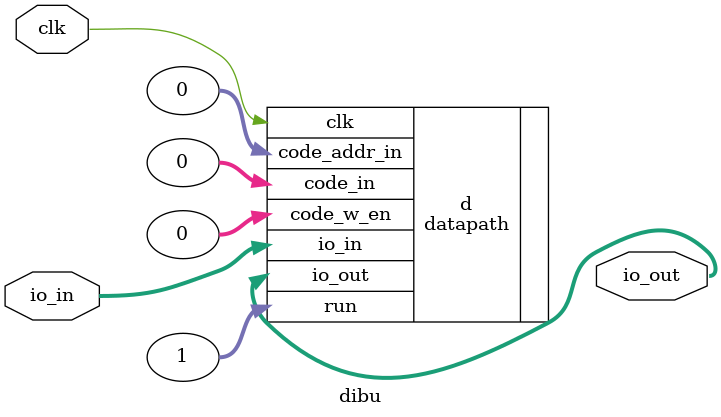
<source format=v>
`timescale 1ns / 1ps


// module datapath(clk, run, code_w_en, code_addr_in, code_in, io_in, io_out);

module dibu(clk, io_in, io_out);
    input clk;
    input [3:0] io_in;
    output [3:0] io_out;
    datapath d(
        .clk(clk),
        .run('d1),
        .code_w_en('d0),
        .code_addr_in('d0),
        .code_in('d0),
        .io_in(io_in),
        .io_out(io_out)
    );
endmodule

</source>
